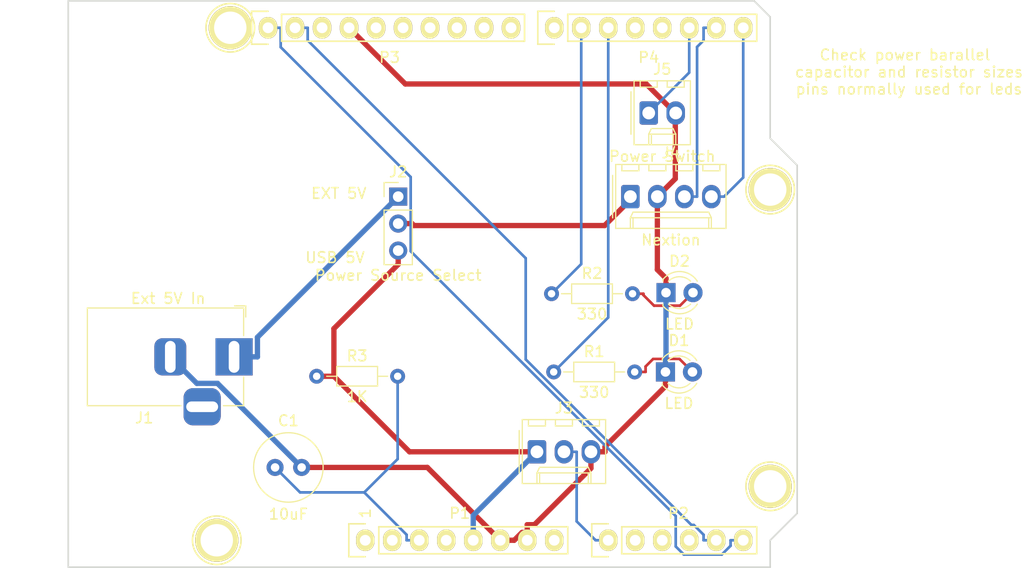
<source format=kicad_pcb>
(kicad_pcb (version 20171130) (host pcbnew "(5.1.5-0-10_14)")

  (general
    (thickness 1.6)
    (drawings 30)
    (tracks 100)
    (zones 0)
    (modules 19)
    (nets 37)
  )

  (page A4)
  (title_block
    (date "lun. 30 mars 2015")
  )

  (layers
    (0 F.Cu signal)
    (31 B.Cu signal)
    (32 B.Adhes user)
    (33 F.Adhes user)
    (34 B.Paste user)
    (35 F.Paste user)
    (36 B.SilkS user)
    (37 F.SilkS user)
    (38 B.Mask user)
    (39 F.Mask user)
    (40 Dwgs.User user)
    (41 Cmts.User user)
    (42 Eco1.User user)
    (43 Eco2.User user)
    (44 Edge.Cuts user)
    (45 Margin user)
    (46 B.CrtYd user)
    (47 F.CrtYd user)
    (48 B.Fab user)
    (49 F.Fab user)
  )

  (setup
    (last_trace_width 0.25)
    (trace_clearance 0.2)
    (zone_clearance 0.508)
    (zone_45_only no)
    (trace_min 0.2)
    (via_size 0.6)
    (via_drill 0.4)
    (via_min_size 0.4)
    (via_min_drill 0.3)
    (uvia_size 0.3)
    (uvia_drill 0.1)
    (uvias_allowed no)
    (uvia_min_size 0.2)
    (uvia_min_drill 0.1)
    (edge_width 0.15)
    (segment_width 0.15)
    (pcb_text_width 0.3)
    (pcb_text_size 1.5 1.5)
    (mod_edge_width 0.15)
    (mod_text_size 1 1)
    (mod_text_width 0.15)
    (pad_size 4.064 4.064)
    (pad_drill 3.048)
    (pad_to_mask_clearance 0)
    (aux_axis_origin 110.998 126.365)
    (grid_origin 110.998 126.365)
    (visible_elements FFFFFF7F)
    (pcbplotparams
      (layerselection 0x00030_80000001)
      (usegerberextensions false)
      (usegerberattributes false)
      (usegerberadvancedattributes false)
      (creategerberjobfile false)
      (excludeedgelayer true)
      (linewidth 0.100000)
      (plotframeref false)
      (viasonmask false)
      (mode 1)
      (useauxorigin false)
      (hpglpennumber 1)
      (hpglpenspeed 20)
      (hpglpendiameter 15.000000)
      (psnegative false)
      (psa4output false)
      (plotreference true)
      (plotvalue true)
      (plotinvisibletext false)
      (padsonsilk false)
      (subtractmaskfromsilk false)
      (outputformat 1)
      (mirror false)
      (drillshape 1)
      (scaleselection 1)
      (outputdirectory ""))
  )

  (net 0 "")
  (net 1 /IOREF)
  (net 2 /Reset)
  (net 3 +5V)
  (net 4 GND)
  (net 5 /Vin)
  (net 6 /A0)
  (net 7 /A1)
  (net 8 /A2)
  (net 9 /A3)
  (net 10 /AREF)
  (net 11 "/A4(SDA)")
  (net 12 "/A5(SCL)")
  (net 13 "/9(**)")
  (net 14 /8)
  (net 15 /7)
  (net 16 "/6(**)")
  (net 17 "/5(**)")
  (net 18 /4)
  (net 19 "/3(**)")
  (net 20 /2)
  (net 21 "/1(Tx)")
  (net 22 "/0(Rx)")
  (net 23 "Net-(P5-Pad1)")
  (net 24 "Net-(P6-Pad1)")
  (net 25 "Net-(P7-Pad1)")
  (net 26 "Net-(P8-Pad1)")
  (net 27 "/13(SCK)")
  (net 28 "/10(**/SS)")
  (net 29 "Net-(P1-Pad1)")
  (net 30 +3V3)
  (net 31 "/12(MISO)")
  (net 32 "/11(**/MOSI)")
  (net 33 "Net-(D1-Pad2)")
  (net 34 "Net-(D2-Pad2)")
  (net 35 +5VD)
  (net 36 /EXT5VIN)

  (net_class Default "This is the default net class."
    (clearance 0.2)
    (trace_width 0.25)
    (via_dia 0.6)
    (via_drill 0.4)
    (uvia_dia 0.3)
    (uvia_drill 0.1)
    (add_net +3V3)
    (add_net "/0(Rx)")
    (add_net "/1(Tx)")
    (add_net "/10(**/SS)")
    (add_net "/11(**/MOSI)")
    (add_net "/12(MISO)")
    (add_net "/13(SCK)")
    (add_net /2)
    (add_net "/3(**)")
    (add_net /4)
    (add_net "/5(**)")
    (add_net "/6(**)")
    (add_net /7)
    (add_net /8)
    (add_net "/9(**)")
    (add_net /A0)
    (add_net /A1)
    (add_net /A2)
    (add_net /A3)
    (add_net "/A4(SDA)")
    (add_net "/A5(SCL)")
    (add_net /AREF)
    (add_net /IOREF)
    (add_net /Reset)
    (add_net /Vin)
    (add_net "Net-(D1-Pad2)")
    (add_net "Net-(D2-Pad2)")
    (add_net "Net-(P1-Pad1)")
    (add_net "Net-(P5-Pad1)")
    (add_net "Net-(P6-Pad1)")
    (add_net "Net-(P7-Pad1)")
    (add_net "Net-(P8-Pad1)")
  )

  (net_class POWER ""
    (clearance 0.2)
    (trace_width 0.5)
    (via_dia 0.6)
    (via_drill 0.4)
    (uvia_dia 0.3)
    (uvia_drill 0.1)
    (add_net +5V)
    (add_net +5VD)
    (add_net /EXT5VIN)
    (add_net GND)
  )

  (module Resistor_THT:R_Axial_DIN0204_L3.6mm_D1.6mm_P7.62mm_Horizontal (layer F.Cu) (tedit 5AE5139B) (tstamp 6271B0B3)
    (at 134.366 108.382)
    (descr "Resistor, Axial_DIN0204 series, Axial, Horizontal, pin pitch=7.62mm, 0.167W, length*diameter=3.6*1.6mm^2, http://cdn-reichelt.de/documents/datenblatt/B400/1_4W%23YAG.pdf")
    (tags "Resistor Axial_DIN0204 series Axial Horizontal pin pitch 7.62mm 0.167W length 3.6mm diameter 1.6mm")
    (path /627413B4)
    (fp_text reference R3 (at 3.81 -1.92) (layer F.SilkS)
      (effects (font (size 1 1) (thickness 0.15)))
    )
    (fp_text value 1K (at 3.81 1.92) (layer F.SilkS)
      (effects (font (size 1 1) (thickness 0.15)))
    )
    (fp_text user %R (at 3.81 0) (layer F.Fab)
      (effects (font (size 0.72 0.72) (thickness 0.108)))
    )
    (fp_line (start 8.57 -1.05) (end -0.95 -1.05) (layer F.CrtYd) (width 0.05))
    (fp_line (start 8.57 1.05) (end 8.57 -1.05) (layer F.CrtYd) (width 0.05))
    (fp_line (start -0.95 1.05) (end 8.57 1.05) (layer F.CrtYd) (width 0.05))
    (fp_line (start -0.95 -1.05) (end -0.95 1.05) (layer F.CrtYd) (width 0.05))
    (fp_line (start 6.68 0) (end 5.73 0) (layer F.SilkS) (width 0.12))
    (fp_line (start 0.94 0) (end 1.89 0) (layer F.SilkS) (width 0.12))
    (fp_line (start 5.73 -0.92) (end 1.89 -0.92) (layer F.SilkS) (width 0.12))
    (fp_line (start 5.73 0.92) (end 5.73 -0.92) (layer F.SilkS) (width 0.12))
    (fp_line (start 1.89 0.92) (end 5.73 0.92) (layer F.SilkS) (width 0.12))
    (fp_line (start 1.89 -0.92) (end 1.89 0.92) (layer F.SilkS) (width 0.12))
    (fp_line (start 7.62 0) (end 5.61 0) (layer F.Fab) (width 0.1))
    (fp_line (start 0 0) (end 2.01 0) (layer F.Fab) (width 0.1))
    (fp_line (start 5.61 -0.8) (end 2.01 -0.8) (layer F.Fab) (width 0.1))
    (fp_line (start 5.61 0.8) (end 5.61 -0.8) (layer F.Fab) (width 0.1))
    (fp_line (start 2.01 0.8) (end 5.61 0.8) (layer F.Fab) (width 0.1))
    (fp_line (start 2.01 -0.8) (end 2.01 0.8) (layer F.Fab) (width 0.1))
    (pad 2 thru_hole oval (at 7.62 0) (size 1.4 1.4) (drill 0.7) (layers *.Cu *.Mask)
      (net 2 /Reset))
    (pad 1 thru_hole circle (at 0 0) (size 1.4 1.4) (drill 0.7) (layers *.Cu *.Mask)
      (net 3 +5V))
    (model ${KISYS3DMOD}/Resistor_THT.3dshapes/R_Axial_DIN0204_L3.6mm_D1.6mm_P7.62mm_Horizontal.wrl
      (at (xyz 0 0 0))
      (scale (xyz 1 1 1))
      (rotate (xyz 0 0 0))
    )
  )

  (module Resistor_THT:R_Axial_DIN0204_L3.6mm_D1.6mm_P7.62mm_Horizontal (layer F.Cu) (tedit 5AE5139B) (tstamp 6271B09C)
    (at 156.464 100.609)
    (descr "Resistor, Axial_DIN0204 series, Axial, Horizontal, pin pitch=7.62mm, 0.167W, length*diameter=3.6*1.6mm^2, http://cdn-reichelt.de/documents/datenblatt/B400/1_4W%23YAG.pdf")
    (tags "Resistor Axial_DIN0204 series Axial Horizontal pin pitch 7.62mm 0.167W length 3.6mm diameter 1.6mm")
    (path /62723F34)
    (fp_text reference R2 (at 3.81 -1.92) (layer F.SilkS)
      (effects (font (size 1 1) (thickness 0.15)))
    )
    (fp_text value 330 (at 3.81 1.92) (layer F.SilkS)
      (effects (font (size 1 1) (thickness 0.15)))
    )
    (fp_text user %R (at 3.81 0) (layer F.Fab)
      (effects (font (size 0.72 0.72) (thickness 0.108)))
    )
    (fp_line (start 8.57 -1.05) (end -0.95 -1.05) (layer F.CrtYd) (width 0.05))
    (fp_line (start 8.57 1.05) (end 8.57 -1.05) (layer F.CrtYd) (width 0.05))
    (fp_line (start -0.95 1.05) (end 8.57 1.05) (layer F.CrtYd) (width 0.05))
    (fp_line (start -0.95 -1.05) (end -0.95 1.05) (layer F.CrtYd) (width 0.05))
    (fp_line (start 6.68 0) (end 5.73 0) (layer F.SilkS) (width 0.12))
    (fp_line (start 0.94 0) (end 1.89 0) (layer F.SilkS) (width 0.12))
    (fp_line (start 5.73 -0.92) (end 1.89 -0.92) (layer F.SilkS) (width 0.12))
    (fp_line (start 5.73 0.92) (end 5.73 -0.92) (layer F.SilkS) (width 0.12))
    (fp_line (start 1.89 0.92) (end 5.73 0.92) (layer F.SilkS) (width 0.12))
    (fp_line (start 1.89 -0.92) (end 1.89 0.92) (layer F.SilkS) (width 0.12))
    (fp_line (start 7.62 0) (end 5.61 0) (layer F.Fab) (width 0.1))
    (fp_line (start 0 0) (end 2.01 0) (layer F.Fab) (width 0.1))
    (fp_line (start 5.61 -0.8) (end 2.01 -0.8) (layer F.Fab) (width 0.1))
    (fp_line (start 5.61 0.8) (end 5.61 -0.8) (layer F.Fab) (width 0.1))
    (fp_line (start 2.01 0.8) (end 5.61 0.8) (layer F.Fab) (width 0.1))
    (fp_line (start 2.01 -0.8) (end 2.01 0.8) (layer F.Fab) (width 0.1))
    (pad 2 thru_hole oval (at 7.62 0) (size 1.4 1.4) (drill 0.7) (layers *.Cu *.Mask)
      (net 34 "Net-(D2-Pad2)"))
    (pad 1 thru_hole circle (at 0 0) (size 1.4 1.4) (drill 0.7) (layers *.Cu *.Mask)
      (net 16 "/6(**)"))
    (model ${KISYS3DMOD}/Resistor_THT.3dshapes/R_Axial_DIN0204_L3.6mm_D1.6mm_P7.62mm_Horizontal.wrl
      (at (xyz 0 0 0))
      (scale (xyz 1 1 1))
      (rotate (xyz 0 0 0))
    )
  )

  (module Resistor_THT:R_Axial_DIN0204_L3.6mm_D1.6mm_P7.62mm_Horizontal (layer F.Cu) (tedit 5AE5139B) (tstamp 6271B085)
    (at 156.667 107.975)
    (descr "Resistor, Axial_DIN0204 series, Axial, Horizontal, pin pitch=7.62mm, 0.167W, length*diameter=3.6*1.6mm^2, http://cdn-reichelt.de/documents/datenblatt/B400/1_4W%23YAG.pdf")
    (tags "Resistor Axial_DIN0204 series Axial Horizontal pin pitch 7.62mm 0.167W length 3.6mm diameter 1.6mm")
    (path /6272301C)
    (fp_text reference R1 (at 3.81 -1.92) (layer F.SilkS)
      (effects (font (size 1 1) (thickness 0.15)))
    )
    (fp_text value 330 (at 3.81 1.92) (layer F.SilkS)
      (effects (font (size 1 1) (thickness 0.15)))
    )
    (fp_text user %R (at 3.81 0) (layer F.Fab)
      (effects (font (size 0.72 0.72) (thickness 0.108)))
    )
    (fp_line (start 8.57 -1.05) (end -0.95 -1.05) (layer F.CrtYd) (width 0.05))
    (fp_line (start 8.57 1.05) (end 8.57 -1.05) (layer F.CrtYd) (width 0.05))
    (fp_line (start -0.95 1.05) (end 8.57 1.05) (layer F.CrtYd) (width 0.05))
    (fp_line (start -0.95 -1.05) (end -0.95 1.05) (layer F.CrtYd) (width 0.05))
    (fp_line (start 6.68 0) (end 5.73 0) (layer F.SilkS) (width 0.12))
    (fp_line (start 0.94 0) (end 1.89 0) (layer F.SilkS) (width 0.12))
    (fp_line (start 5.73 -0.92) (end 1.89 -0.92) (layer F.SilkS) (width 0.12))
    (fp_line (start 5.73 0.92) (end 5.73 -0.92) (layer F.SilkS) (width 0.12))
    (fp_line (start 1.89 0.92) (end 5.73 0.92) (layer F.SilkS) (width 0.12))
    (fp_line (start 1.89 -0.92) (end 1.89 0.92) (layer F.SilkS) (width 0.12))
    (fp_line (start 7.62 0) (end 5.61 0) (layer F.Fab) (width 0.1))
    (fp_line (start 0 0) (end 2.01 0) (layer F.Fab) (width 0.1))
    (fp_line (start 5.61 -0.8) (end 2.01 -0.8) (layer F.Fab) (width 0.1))
    (fp_line (start 5.61 0.8) (end 5.61 -0.8) (layer F.Fab) (width 0.1))
    (fp_line (start 2.01 0.8) (end 5.61 0.8) (layer F.Fab) (width 0.1))
    (fp_line (start 2.01 -0.8) (end 2.01 0.8) (layer F.Fab) (width 0.1))
    (pad 2 thru_hole oval (at 7.62 0) (size 1.4 1.4) (drill 0.7) (layers *.Cu *.Mask)
      (net 33 "Net-(D1-Pad2)"))
    (pad 1 thru_hole circle (at 0 0) (size 1.4 1.4) (drill 0.7) (layers *.Cu *.Mask)
      (net 17 "/5(**)"))
    (model ${KISYS3DMOD}/Resistor_THT.3dshapes/R_Axial_DIN0204_L3.6mm_D1.6mm_P7.62mm_Horizontal.wrl
      (at (xyz 0 0 0))
      (scale (xyz 1 1 1))
      (rotate (xyz 0 0 0))
    )
  )

  (module Connector_Molex:Molex_KK-254_AE-6410-02A_1x02_P2.54mm_Vertical (layer F.Cu) (tedit 5B78013E) (tstamp 6271AF96)
    (at 165.608 83.5914)
    (descr "Molex KK-254 Interconnect System, old/engineering part number: AE-6410-02A example for new part number: 22-27-2021, 2 Pins (http://www.molex.com/pdm_docs/sd/022272021_sd.pdf), generated with kicad-footprint-generator")
    (tags "connector Molex KK-254 side entry")
    (path /62736462)
    (fp_text reference J5 (at 1.27 -4.12) (layer F.SilkS)
      (effects (font (size 1 1) (thickness 0.15)))
    )
    (fp_text value "Power Switch" (at 1.27 4.08) (layer F.SilkS)
      (effects (font (size 1 1) (thickness 0.15)))
    )
    (fp_text user %R (at 1.27 -2.22) (layer F.Fab)
      (effects (font (size 1 1) (thickness 0.15)))
    )
    (fp_line (start 4.31 -3.42) (end -1.77 -3.42) (layer F.CrtYd) (width 0.05))
    (fp_line (start 4.31 3.38) (end 4.31 -3.42) (layer F.CrtYd) (width 0.05))
    (fp_line (start -1.77 3.38) (end 4.31 3.38) (layer F.CrtYd) (width 0.05))
    (fp_line (start -1.77 -3.42) (end -1.77 3.38) (layer F.CrtYd) (width 0.05))
    (fp_line (start 3.34 -2.43) (end 3.34 -3.03) (layer F.SilkS) (width 0.12))
    (fp_line (start 1.74 -2.43) (end 3.34 -2.43) (layer F.SilkS) (width 0.12))
    (fp_line (start 1.74 -3.03) (end 1.74 -2.43) (layer F.SilkS) (width 0.12))
    (fp_line (start 0.8 -2.43) (end 0.8 -3.03) (layer F.SilkS) (width 0.12))
    (fp_line (start -0.8 -2.43) (end 0.8 -2.43) (layer F.SilkS) (width 0.12))
    (fp_line (start -0.8 -3.03) (end -0.8 -2.43) (layer F.SilkS) (width 0.12))
    (fp_line (start 2.29 2.99) (end 2.29 1.99) (layer F.SilkS) (width 0.12))
    (fp_line (start 0.25 2.99) (end 0.25 1.99) (layer F.SilkS) (width 0.12))
    (fp_line (start 2.29 1.46) (end 2.54 1.99) (layer F.SilkS) (width 0.12))
    (fp_line (start 0.25 1.46) (end 2.29 1.46) (layer F.SilkS) (width 0.12))
    (fp_line (start 0 1.99) (end 0.25 1.46) (layer F.SilkS) (width 0.12))
    (fp_line (start 2.54 1.99) (end 2.54 2.99) (layer F.SilkS) (width 0.12))
    (fp_line (start 0 1.99) (end 2.54 1.99) (layer F.SilkS) (width 0.12))
    (fp_line (start 0 2.99) (end 0 1.99) (layer F.SilkS) (width 0.12))
    (fp_line (start -0.562893 0) (end -1.27 0.5) (layer F.Fab) (width 0.1))
    (fp_line (start -1.27 -0.5) (end -0.562893 0) (layer F.Fab) (width 0.1))
    (fp_line (start -1.67 -2) (end -1.67 2) (layer F.SilkS) (width 0.12))
    (fp_line (start 3.92 -3.03) (end -1.38 -3.03) (layer F.SilkS) (width 0.12))
    (fp_line (start 3.92 2.99) (end 3.92 -3.03) (layer F.SilkS) (width 0.12))
    (fp_line (start -1.38 2.99) (end 3.92 2.99) (layer F.SilkS) (width 0.12))
    (fp_line (start -1.38 -3.03) (end -1.38 2.99) (layer F.SilkS) (width 0.12))
    (fp_line (start 3.81 -2.92) (end -1.27 -2.92) (layer F.Fab) (width 0.1))
    (fp_line (start 3.81 2.88) (end 3.81 -2.92) (layer F.Fab) (width 0.1))
    (fp_line (start -1.27 2.88) (end 3.81 2.88) (layer F.Fab) (width 0.1))
    (fp_line (start -1.27 -2.92) (end -1.27 2.88) (layer F.Fab) (width 0.1))
    (pad 2 thru_hole oval (at 2.54 0) (size 1.74 2.2) (drill 1.2) (layers *.Cu *.Mask)
      (net 4 GND))
    (pad 1 thru_hole roundrect (at 0 0) (size 1.74 2.2) (drill 1.2) (layers *.Cu *.Mask) (roundrect_rratio 0.143678)
      (net 20 /2))
    (model ${KISYS3DMOD}/Connector_Molex.3dshapes/Molex_KK-254_AE-6410-02A_1x02_P2.54mm_Vertical.wrl
      (at (xyz 0 0 0))
      (scale (xyz 1 1 1))
      (rotate (xyz 0 0 0))
    )
  )

  (module Connector_Molex:Molex_KK-254_AE-6410-04A_1x04_P2.54mm_Vertical (layer F.Cu) (tedit 5B78013E) (tstamp 6271AF72)
    (at 163.881 91.4654)
    (descr "Molex KK-254 Interconnect System, old/engineering part number: AE-6410-04A example for new part number: 22-27-2041, 4 Pins (http://www.molex.com/pdm_docs/sd/022272021_sd.pdf), generated with kicad-footprint-generator")
    (tags "connector Molex KK-254 side entry")
    (path /62724887)
    (fp_text reference J4 (at 3.81 -4.12) (layer F.SilkS)
      (effects (font (size 1 1) (thickness 0.15)))
    )
    (fp_text value Nextion (at 3.81 4.08) (layer F.SilkS)
      (effects (font (size 1 1) (thickness 0.15)))
    )
    (fp_text user %R (at 3.81 -2.22) (layer F.Fab)
      (effects (font (size 1 1) (thickness 0.15)))
    )
    (fp_line (start 9.39 -3.42) (end -1.77 -3.42) (layer F.CrtYd) (width 0.05))
    (fp_line (start 9.39 3.38) (end 9.39 -3.42) (layer F.CrtYd) (width 0.05))
    (fp_line (start -1.77 3.38) (end 9.39 3.38) (layer F.CrtYd) (width 0.05))
    (fp_line (start -1.77 -3.42) (end -1.77 3.38) (layer F.CrtYd) (width 0.05))
    (fp_line (start 8.42 -2.43) (end 8.42 -3.03) (layer F.SilkS) (width 0.12))
    (fp_line (start 6.82 -2.43) (end 8.42 -2.43) (layer F.SilkS) (width 0.12))
    (fp_line (start 6.82 -3.03) (end 6.82 -2.43) (layer F.SilkS) (width 0.12))
    (fp_line (start 5.88 -2.43) (end 5.88 -3.03) (layer F.SilkS) (width 0.12))
    (fp_line (start 4.28 -2.43) (end 5.88 -2.43) (layer F.SilkS) (width 0.12))
    (fp_line (start 4.28 -3.03) (end 4.28 -2.43) (layer F.SilkS) (width 0.12))
    (fp_line (start 3.34 -2.43) (end 3.34 -3.03) (layer F.SilkS) (width 0.12))
    (fp_line (start 1.74 -2.43) (end 3.34 -2.43) (layer F.SilkS) (width 0.12))
    (fp_line (start 1.74 -3.03) (end 1.74 -2.43) (layer F.SilkS) (width 0.12))
    (fp_line (start 0.8 -2.43) (end 0.8 -3.03) (layer F.SilkS) (width 0.12))
    (fp_line (start -0.8 -2.43) (end 0.8 -2.43) (layer F.SilkS) (width 0.12))
    (fp_line (start -0.8 -3.03) (end -0.8 -2.43) (layer F.SilkS) (width 0.12))
    (fp_line (start 7.37 2.99) (end 7.37 1.99) (layer F.SilkS) (width 0.12))
    (fp_line (start 0.25 2.99) (end 0.25 1.99) (layer F.SilkS) (width 0.12))
    (fp_line (start 7.37 1.46) (end 7.62 1.99) (layer F.SilkS) (width 0.12))
    (fp_line (start 0.25 1.46) (end 7.37 1.46) (layer F.SilkS) (width 0.12))
    (fp_line (start 0 1.99) (end 0.25 1.46) (layer F.SilkS) (width 0.12))
    (fp_line (start 7.62 1.99) (end 7.62 2.99) (layer F.SilkS) (width 0.12))
    (fp_line (start 0 1.99) (end 7.62 1.99) (layer F.SilkS) (width 0.12))
    (fp_line (start 0 2.99) (end 0 1.99) (layer F.SilkS) (width 0.12))
    (fp_line (start -0.562893 0) (end -1.27 0.5) (layer F.Fab) (width 0.1))
    (fp_line (start -1.27 -0.5) (end -0.562893 0) (layer F.Fab) (width 0.1))
    (fp_line (start -1.67 -2) (end -1.67 2) (layer F.SilkS) (width 0.12))
    (fp_line (start 9 -3.03) (end -1.38 -3.03) (layer F.SilkS) (width 0.12))
    (fp_line (start 9 2.99) (end 9 -3.03) (layer F.SilkS) (width 0.12))
    (fp_line (start -1.38 2.99) (end 9 2.99) (layer F.SilkS) (width 0.12))
    (fp_line (start -1.38 -3.03) (end -1.38 2.99) (layer F.SilkS) (width 0.12))
    (fp_line (start 8.89 -2.92) (end -1.27 -2.92) (layer F.Fab) (width 0.1))
    (fp_line (start 8.89 2.88) (end 8.89 -2.92) (layer F.Fab) (width 0.1))
    (fp_line (start -1.27 2.88) (end 8.89 2.88) (layer F.Fab) (width 0.1))
    (fp_line (start -1.27 -2.92) (end -1.27 2.88) (layer F.Fab) (width 0.1))
    (pad 4 thru_hole oval (at 7.62 0) (size 1.74 2.2) (drill 1.2) (layers *.Cu *.Mask)
      (net 22 "/0(Rx)"))
    (pad 3 thru_hole oval (at 5.08 0) (size 1.74 2.2) (drill 1.2) (layers *.Cu *.Mask)
      (net 21 "/1(Tx)"))
    (pad 2 thru_hole oval (at 2.54 0) (size 1.74 2.2) (drill 1.2) (layers *.Cu *.Mask)
      (net 4 GND))
    (pad 1 thru_hole roundrect (at 0 0) (size 1.74 2.2) (drill 1.2) (layers *.Cu *.Mask) (roundrect_rratio 0.143678)
      (net 35 +5VD))
    (model ${KISYS3DMOD}/Connector_Molex.3dshapes/Molex_KK-254_AE-6410-04A_1x04_P2.54mm_Vertical.wrl
      (at (xyz 0 0 0))
      (scale (xyz 1 1 1))
      (rotate (xyz 0 0 0))
    )
  )

  (module Connector_Molex:Molex_KK-254_AE-6410-03A_1x03_P2.54mm_Vertical (layer F.Cu) (tedit 5B78013E) (tstamp 6271AF46)
    (at 155.092 115.494)
    (descr "Molex KK-254 Interconnect System, old/engineering part number: AE-6410-03A example for new part number: 22-27-2031, 3 Pins (http://www.molex.com/pdm_docs/sd/022272021_sd.pdf), generated with kicad-footprint-generator")
    (tags "connector Molex KK-254 side entry")
    (path /6272AB8D)
    (fp_text reference J3 (at 2.54 -4.12) (layer F.SilkS)
      (effects (font (size 1 1) (thickness 0.15)))
    )
    (fp_text value Dimmer (at 2.54 4.08) (layer F.Fab)
      (effects (font (size 1 1) (thickness 0.15)))
    )
    (fp_text user %R (at 2.54 -2.22) (layer F.Fab)
      (effects (font (size 1 1) (thickness 0.15)))
    )
    (fp_line (start 6.85 -3.42) (end -1.77 -3.42) (layer F.CrtYd) (width 0.05))
    (fp_line (start 6.85 3.38) (end 6.85 -3.42) (layer F.CrtYd) (width 0.05))
    (fp_line (start -1.77 3.38) (end 6.85 3.38) (layer F.CrtYd) (width 0.05))
    (fp_line (start -1.77 -3.42) (end -1.77 3.38) (layer F.CrtYd) (width 0.05))
    (fp_line (start 5.88 -2.43) (end 5.88 -3.03) (layer F.SilkS) (width 0.12))
    (fp_line (start 4.28 -2.43) (end 5.88 -2.43) (layer F.SilkS) (width 0.12))
    (fp_line (start 4.28 -3.03) (end 4.28 -2.43) (layer F.SilkS) (width 0.12))
    (fp_line (start 3.34 -2.43) (end 3.34 -3.03) (layer F.SilkS) (width 0.12))
    (fp_line (start 1.74 -2.43) (end 3.34 -2.43) (layer F.SilkS) (width 0.12))
    (fp_line (start 1.74 -3.03) (end 1.74 -2.43) (layer F.SilkS) (width 0.12))
    (fp_line (start 0.8 -2.43) (end 0.8 -3.03) (layer F.SilkS) (width 0.12))
    (fp_line (start -0.8 -2.43) (end 0.8 -2.43) (layer F.SilkS) (width 0.12))
    (fp_line (start -0.8 -3.03) (end -0.8 -2.43) (layer F.SilkS) (width 0.12))
    (fp_line (start 4.83 2.99) (end 4.83 1.99) (layer F.SilkS) (width 0.12))
    (fp_line (start 0.25 2.99) (end 0.25 1.99) (layer F.SilkS) (width 0.12))
    (fp_line (start 4.83 1.46) (end 5.08 1.99) (layer F.SilkS) (width 0.12))
    (fp_line (start 0.25 1.46) (end 4.83 1.46) (layer F.SilkS) (width 0.12))
    (fp_line (start 0 1.99) (end 0.25 1.46) (layer F.SilkS) (width 0.12))
    (fp_line (start 5.08 1.99) (end 5.08 2.99) (layer F.SilkS) (width 0.12))
    (fp_line (start 0 1.99) (end 5.08 1.99) (layer F.SilkS) (width 0.12))
    (fp_line (start 0 2.99) (end 0 1.99) (layer F.SilkS) (width 0.12))
    (fp_line (start -0.562893 0) (end -1.27 0.5) (layer F.Fab) (width 0.1))
    (fp_line (start -1.27 -0.5) (end -0.562893 0) (layer F.Fab) (width 0.1))
    (fp_line (start -1.67 -2) (end -1.67 2) (layer F.SilkS) (width 0.12))
    (fp_line (start 6.46 -3.03) (end -1.38 -3.03) (layer F.SilkS) (width 0.12))
    (fp_line (start 6.46 2.99) (end 6.46 -3.03) (layer F.SilkS) (width 0.12))
    (fp_line (start -1.38 2.99) (end 6.46 2.99) (layer F.SilkS) (width 0.12))
    (fp_line (start -1.38 -3.03) (end -1.38 2.99) (layer F.SilkS) (width 0.12))
    (fp_line (start 6.35 -2.92) (end -1.27 -2.92) (layer F.Fab) (width 0.1))
    (fp_line (start 6.35 2.88) (end 6.35 -2.92) (layer F.Fab) (width 0.1))
    (fp_line (start -1.27 2.88) (end 6.35 2.88) (layer F.Fab) (width 0.1))
    (fp_line (start -1.27 -2.92) (end -1.27 2.88) (layer F.Fab) (width 0.1))
    (pad 3 thru_hole oval (at 5.08 0) (size 1.74 2.2) (drill 1.2) (layers *.Cu *.Mask)
      (net 4 GND))
    (pad 2 thru_hole oval (at 2.54 0) (size 1.74 2.2) (drill 1.2) (layers *.Cu *.Mask)
      (net 6 /A0))
    (pad 1 thru_hole roundrect (at 0 0) (size 1.74 2.2) (drill 1.2) (layers *.Cu *.Mask) (roundrect_rratio 0.143678)
      (net 3 +5V))
    (model ${KISYS3DMOD}/Connector_Molex.3dshapes/Molex_KK-254_AE-6410-03A_1x03_P2.54mm_Vertical.wrl
      (at (xyz 0 0 0))
      (scale (xyz 1 1 1))
      (rotate (xyz 0 0 0))
    )
  )

  (module Connector_PinHeader_2.54mm:PinHeader_1x03_P2.54mm_Vertical (layer F.Cu) (tedit 59FED5CC) (tstamp 6271AF1E)
    (at 142.037 91.4654)
    (descr "Through hole straight pin header, 1x03, 2.54mm pitch, single row")
    (tags "Through hole pin header THT 1x03 2.54mm single row")
    (path /6272FC81)
    (fp_text reference J2 (at 0 -2.33) (layer F.SilkS)
      (effects (font (size 1 1) (thickness 0.15)))
    )
    (fp_text value "Power Source Select" (at 0 7.41) (layer F.SilkS)
      (effects (font (size 1 1) (thickness 0.15)))
    )
    (fp_text user %R (at 0 2.54 90) (layer F.Fab)
      (effects (font (size 1 1) (thickness 0.15)))
    )
    (fp_line (start 1.8 -1.8) (end -1.8 -1.8) (layer F.CrtYd) (width 0.05))
    (fp_line (start 1.8 6.85) (end 1.8 -1.8) (layer F.CrtYd) (width 0.05))
    (fp_line (start -1.8 6.85) (end 1.8 6.85) (layer F.CrtYd) (width 0.05))
    (fp_line (start -1.8 -1.8) (end -1.8 6.85) (layer F.CrtYd) (width 0.05))
    (fp_line (start -1.33 -1.33) (end 0 -1.33) (layer F.SilkS) (width 0.12))
    (fp_line (start -1.33 0) (end -1.33 -1.33) (layer F.SilkS) (width 0.12))
    (fp_line (start -1.33 1.27) (end 1.33 1.27) (layer F.SilkS) (width 0.12))
    (fp_line (start 1.33 1.27) (end 1.33 6.41) (layer F.SilkS) (width 0.12))
    (fp_line (start -1.33 1.27) (end -1.33 6.41) (layer F.SilkS) (width 0.12))
    (fp_line (start -1.33 6.41) (end 1.33 6.41) (layer F.SilkS) (width 0.12))
    (fp_line (start -1.27 -0.635) (end -0.635 -1.27) (layer F.Fab) (width 0.1))
    (fp_line (start -1.27 6.35) (end -1.27 -0.635) (layer F.Fab) (width 0.1))
    (fp_line (start 1.27 6.35) (end -1.27 6.35) (layer F.Fab) (width 0.1))
    (fp_line (start 1.27 -1.27) (end 1.27 6.35) (layer F.Fab) (width 0.1))
    (fp_line (start -0.635 -1.27) (end 1.27 -1.27) (layer F.Fab) (width 0.1))
    (pad 3 thru_hole oval (at 0 5.08) (size 1.7 1.7) (drill 1) (layers *.Cu *.Mask)
      (net 3 +5V))
    (pad 2 thru_hole oval (at 0 2.54) (size 1.7 1.7) (drill 1) (layers *.Cu *.Mask)
      (net 35 +5VD))
    (pad 1 thru_hole rect (at 0 0) (size 1.7 1.7) (drill 1) (layers *.Cu *.Mask)
      (net 36 /EXT5VIN))
    (model ${KISYS3DMOD}/Connector_PinHeader_2.54mm.3dshapes/PinHeader_1x03_P2.54mm_Vertical.wrl
      (at (xyz 0 0 0))
      (scale (xyz 1 1 1))
      (rotate (xyz 0 0 0))
    )
  )

  (module Connector_BarrelJack:BarrelJack_Horizontal (layer F.Cu) (tedit 5A1DBF6A) (tstamp 6271AF07)
    (at 126.594 106.553)
    (descr "DC Barrel Jack")
    (tags "Power Jack")
    (path /62721573)
    (fp_text reference J1 (at -8.45 5.75) (layer F.SilkS)
      (effects (font (size 1 1) (thickness 0.15)))
    )
    (fp_text value "Ext 5V In" (at -6.2 -5.5) (layer F.SilkS)
      (effects (font (size 1 1) (thickness 0.15)))
    )
    (fp_line (start 0 -4.5) (end -13.7 -4.5) (layer F.Fab) (width 0.1))
    (fp_line (start 0.8 4.5) (end 0.8 -3.75) (layer F.Fab) (width 0.1))
    (fp_line (start -13.7 4.5) (end 0.8 4.5) (layer F.Fab) (width 0.1))
    (fp_line (start -13.7 -4.5) (end -13.7 4.5) (layer F.Fab) (width 0.1))
    (fp_line (start -10.2 -4.5) (end -10.2 4.5) (layer F.Fab) (width 0.1))
    (fp_line (start 0.9 -4.6) (end 0.9 -2) (layer F.SilkS) (width 0.12))
    (fp_line (start -13.8 -4.6) (end 0.9 -4.6) (layer F.SilkS) (width 0.12))
    (fp_line (start 0.9 4.6) (end -1 4.6) (layer F.SilkS) (width 0.12))
    (fp_line (start 0.9 1.9) (end 0.9 4.6) (layer F.SilkS) (width 0.12))
    (fp_line (start -13.8 4.6) (end -13.8 -4.6) (layer F.SilkS) (width 0.12))
    (fp_line (start -5 4.6) (end -13.8 4.6) (layer F.SilkS) (width 0.12))
    (fp_line (start -14 4.75) (end -14 -4.75) (layer F.CrtYd) (width 0.05))
    (fp_line (start -5 4.75) (end -14 4.75) (layer F.CrtYd) (width 0.05))
    (fp_line (start -5 6.75) (end -5 4.75) (layer F.CrtYd) (width 0.05))
    (fp_line (start -1 6.75) (end -5 6.75) (layer F.CrtYd) (width 0.05))
    (fp_line (start -1 4.75) (end -1 6.75) (layer F.CrtYd) (width 0.05))
    (fp_line (start 1 4.75) (end -1 4.75) (layer F.CrtYd) (width 0.05))
    (fp_line (start 1 2) (end 1 4.75) (layer F.CrtYd) (width 0.05))
    (fp_line (start 2 2) (end 1 2) (layer F.CrtYd) (width 0.05))
    (fp_line (start 2 -2) (end 2 2) (layer F.CrtYd) (width 0.05))
    (fp_line (start 1 -2) (end 2 -2) (layer F.CrtYd) (width 0.05))
    (fp_line (start 1 -4.5) (end 1 -2) (layer F.CrtYd) (width 0.05))
    (fp_line (start 1 -4.75) (end -14 -4.75) (layer F.CrtYd) (width 0.05))
    (fp_line (start 1 -4.5) (end 1 -4.75) (layer F.CrtYd) (width 0.05))
    (fp_line (start 0.05 -4.8) (end 1.1 -4.8) (layer F.SilkS) (width 0.12))
    (fp_line (start 1.1 -3.75) (end 1.1 -4.8) (layer F.SilkS) (width 0.12))
    (fp_line (start -0.003213 -4.505425) (end 0.8 -3.75) (layer F.Fab) (width 0.1))
    (fp_text user %R (at -3 -2.95) (layer F.Fab)
      (effects (font (size 1 1) (thickness 0.15)))
    )
    (pad 3 thru_hole roundrect (at -3 4.7) (size 3.5 3.5) (drill oval 3 1) (layers *.Cu *.Mask) (roundrect_rratio 0.25))
    (pad 2 thru_hole roundrect (at -6 0) (size 3 3.5) (drill oval 1 3) (layers *.Cu *.Mask) (roundrect_rratio 0.25)
      (net 4 GND))
    (pad 1 thru_hole rect (at 0 0) (size 3.5 3.5) (drill oval 1 3) (layers *.Cu *.Mask)
      (net 36 /EXT5VIN))
    (model ${KISYS3DMOD}/Connector_BarrelJack.3dshapes/BarrelJack_Horizontal.wrl
      (at (xyz 0 0 0))
      (scale (xyz 1 1 1))
      (rotate (xyz 0 0 0))
    )
  )

  (module LED_THT:LED_D3.0mm (layer F.Cu) (tedit 587A3A7B) (tstamp 6271AEE4)
    (at 167.234 100.508)
    (descr "LED, diameter 3.0mm, 2 pins")
    (tags "LED diameter 3.0mm 2 pins")
    (path /627227A0)
    (fp_text reference D2 (at 1.27 -2.96) (layer F.SilkS)
      (effects (font (size 1 1) (thickness 0.15)))
    )
    (fp_text value LED (at 1.27 2.96) (layer F.SilkS)
      (effects (font (size 1 1) (thickness 0.15)))
    )
    (fp_line (start 3.7 -2.25) (end -1.15 -2.25) (layer F.CrtYd) (width 0.05))
    (fp_line (start 3.7 2.25) (end 3.7 -2.25) (layer F.CrtYd) (width 0.05))
    (fp_line (start -1.15 2.25) (end 3.7 2.25) (layer F.CrtYd) (width 0.05))
    (fp_line (start -1.15 -2.25) (end -1.15 2.25) (layer F.CrtYd) (width 0.05))
    (fp_line (start -0.29 1.08) (end -0.29 1.236) (layer F.SilkS) (width 0.12))
    (fp_line (start -0.29 -1.236) (end -0.29 -1.08) (layer F.SilkS) (width 0.12))
    (fp_line (start -0.23 -1.16619) (end -0.23 1.16619) (layer F.Fab) (width 0.1))
    (fp_circle (center 1.27 0) (end 2.77 0) (layer F.Fab) (width 0.1))
    (fp_arc (start 1.27 0) (end 0.229039 1.08) (angle -87.9) (layer F.SilkS) (width 0.12))
    (fp_arc (start 1.27 0) (end 0.229039 -1.08) (angle 87.9) (layer F.SilkS) (width 0.12))
    (fp_arc (start 1.27 0) (end -0.29 1.235516) (angle -108.8) (layer F.SilkS) (width 0.12))
    (fp_arc (start 1.27 0) (end -0.29 -1.235516) (angle 108.8) (layer F.SilkS) (width 0.12))
    (fp_arc (start 1.27 0) (end -0.23 -1.16619) (angle 284.3) (layer F.Fab) (width 0.1))
    (pad 2 thru_hole circle (at 2.54 0) (size 1.8 1.8) (drill 0.9) (layers *.Cu *.Mask)
      (net 34 "Net-(D2-Pad2)"))
    (pad 1 thru_hole rect (at 0 0) (size 1.8 1.8) (drill 0.9) (layers *.Cu *.Mask)
      (net 4 GND))
    (model ${KISYS3DMOD}/LED_THT.3dshapes/LED_D3.0mm.wrl
      (at (xyz 0 0 0))
      (scale (xyz 1 1 1))
      (rotate (xyz 0 0 0))
    )
  )

  (module LED_THT:LED_D3.0mm (layer F.Cu) (tedit 587A3A7B) (tstamp 6271AED1)
    (at 167.183 107.975)
    (descr "LED, diameter 3.0mm, 2 pins")
    (tags "LED diameter 3.0mm 2 pins")
    (path /62722435)
    (fp_text reference D1 (at 1.27 -2.96) (layer F.SilkS)
      (effects (font (size 1 1) (thickness 0.15)))
    )
    (fp_text value LED (at 1.27 2.96) (layer F.SilkS)
      (effects (font (size 1 1) (thickness 0.15)))
    )
    (fp_line (start 3.7 -2.25) (end -1.15 -2.25) (layer F.CrtYd) (width 0.05))
    (fp_line (start 3.7 2.25) (end 3.7 -2.25) (layer F.CrtYd) (width 0.05))
    (fp_line (start -1.15 2.25) (end 3.7 2.25) (layer F.CrtYd) (width 0.05))
    (fp_line (start -1.15 -2.25) (end -1.15 2.25) (layer F.CrtYd) (width 0.05))
    (fp_line (start -0.29 1.08) (end -0.29 1.236) (layer F.SilkS) (width 0.12))
    (fp_line (start -0.29 -1.236) (end -0.29 -1.08) (layer F.SilkS) (width 0.12))
    (fp_line (start -0.23 -1.16619) (end -0.23 1.16619) (layer F.Fab) (width 0.1))
    (fp_circle (center 1.27 0) (end 2.77 0) (layer F.Fab) (width 0.1))
    (fp_arc (start 1.27 0) (end 0.229039 1.08) (angle -87.9) (layer F.SilkS) (width 0.12))
    (fp_arc (start 1.27 0) (end 0.229039 -1.08) (angle 87.9) (layer F.SilkS) (width 0.12))
    (fp_arc (start 1.27 0) (end -0.29 1.235516) (angle -108.8) (layer F.SilkS) (width 0.12))
    (fp_arc (start 1.27 0) (end -0.29 -1.235516) (angle 108.8) (layer F.SilkS) (width 0.12))
    (fp_arc (start 1.27 0) (end -0.23 -1.16619) (angle 284.3) (layer F.Fab) (width 0.1))
    (pad 2 thru_hole circle (at 2.54 0) (size 1.8 1.8) (drill 0.9) (layers *.Cu *.Mask)
      (net 33 "Net-(D1-Pad2)"))
    (pad 1 thru_hole rect (at 0 0) (size 1.8 1.8) (drill 0.9) (layers *.Cu *.Mask)
      (net 4 GND))
    (model ${KISYS3DMOD}/LED_THT.3dshapes/LED_D3.0mm.wrl
      (at (xyz 0 0 0))
      (scale (xyz 1 1 1))
      (rotate (xyz 0 0 0))
    )
  )

  (module Capacitor_THT:C_Radial_D6.3mm_H5.0mm_P2.50mm (layer F.Cu) (tedit 5BC5C9B9) (tstamp 6271AEBE)
    (at 130.454 116.967)
    (descr "C, Radial series, Radial, pin pitch=2.50mm, diameter=6.3mm, height=5mm, Non-Polar Electrolytic Capacitor")
    (tags "C Radial series Radial pin pitch 2.50mm diameter 6.3mm height 5mm Non-Polar Electrolytic Capacitor")
    (path /627436BF)
    (fp_text reference C1 (at 1.25 -4.4) (layer F.SilkS)
      (effects (font (size 1 1) (thickness 0.15)))
    )
    (fp_text value 10uF (at 1.25 4.4) (layer F.SilkS)
      (effects (font (size 1 1) (thickness 0.15)))
    )
    (fp_text user %R (at 1.25 0) (layer F.Fab)
      (effects (font (size 1 1) (thickness 0.15)))
    )
    (fp_circle (center 1.25 0) (end 4.65 0) (layer F.CrtYd) (width 0.05))
    (fp_circle (center 1.25 0) (end 4.52 0) (layer F.SilkS) (width 0.12))
    (fp_circle (center 1.25 0) (end 4.4 0) (layer F.Fab) (width 0.1))
    (pad 2 thru_hole circle (at 2.5 0) (size 1.6 1.6) (drill 0.8) (layers *.Cu *.Mask)
      (net 4 GND))
    (pad 1 thru_hole circle (at 0 0) (size 1.6 1.6) (drill 0.8) (layers *.Cu *.Mask)
      (net 2 /Reset))
    (model ${KISYS3DMOD}/Capacitor_THT.3dshapes/C_Radial_D6.3mm_H5.0mm_P2.50mm.wrl
      (at (xyz 0 0 0))
      (scale (xyz 1 1 1))
      (rotate (xyz 0 0 0))
    )
  )

  (module Socket_Arduino_Uno:Socket_Strip_Arduino_1x08 locked (layer F.Cu) (tedit 552168D2) (tstamp 551AF9EA)
    (at 138.938 123.825)
    (descr "Through hole socket strip")
    (tags "socket strip")
    (path /56D70129)
    (fp_text reference P1 (at 8.89 -2.54) (layer F.SilkS)
      (effects (font (size 1 1) (thickness 0.15)))
    )
    (fp_text value Power (at 8.89 -4.064) (layer F.Fab)
      (effects (font (size 1 1) (thickness 0.15)))
    )
    (fp_line (start -1.75 -1.75) (end -1.75 1.75) (layer F.CrtYd) (width 0.05))
    (fp_line (start 19.55 -1.75) (end 19.55 1.75) (layer F.CrtYd) (width 0.05))
    (fp_line (start -1.75 -1.75) (end 19.55 -1.75) (layer F.CrtYd) (width 0.05))
    (fp_line (start -1.75 1.75) (end 19.55 1.75) (layer F.CrtYd) (width 0.05))
    (fp_line (start 1.27 1.27) (end 19.05 1.27) (layer F.SilkS) (width 0.15))
    (fp_line (start 19.05 1.27) (end 19.05 -1.27) (layer F.SilkS) (width 0.15))
    (fp_line (start 19.05 -1.27) (end 1.27 -1.27) (layer F.SilkS) (width 0.15))
    (fp_line (start -1.55 1.55) (end 0 1.55) (layer F.SilkS) (width 0.15))
    (fp_line (start 1.27 1.27) (end 1.27 -1.27) (layer F.SilkS) (width 0.15))
    (fp_line (start 0 -1.55) (end -1.55 -1.55) (layer F.SilkS) (width 0.15))
    (fp_line (start -1.55 -1.55) (end -1.55 1.55) (layer F.SilkS) (width 0.15))
    (pad 1 thru_hole oval (at 0 0) (size 1.7272 2.032) (drill 1.016) (layers *.Cu *.Mask F.SilkS)
      (net 29 "Net-(P1-Pad1)"))
    (pad 2 thru_hole oval (at 2.54 0) (size 1.7272 2.032) (drill 1.016) (layers *.Cu *.Mask F.SilkS)
      (net 1 /IOREF))
    (pad 3 thru_hole oval (at 5.08 0) (size 1.7272 2.032) (drill 1.016) (layers *.Cu *.Mask F.SilkS)
      (net 2 /Reset))
    (pad 4 thru_hole oval (at 7.62 0) (size 1.7272 2.032) (drill 1.016) (layers *.Cu *.Mask F.SilkS)
      (net 30 +3V3))
    (pad 5 thru_hole oval (at 10.16 0) (size 1.7272 2.032) (drill 1.016) (layers *.Cu *.Mask F.SilkS)
      (net 3 +5V))
    (pad 6 thru_hole oval (at 12.7 0) (size 1.7272 2.032) (drill 1.016) (layers *.Cu *.Mask F.SilkS)
      (net 4 GND))
    (pad 7 thru_hole oval (at 15.24 0) (size 1.7272 2.032) (drill 1.016) (layers *.Cu *.Mask F.SilkS)
      (net 4 GND))
    (pad 8 thru_hole oval (at 17.78 0) (size 1.7272 2.032) (drill 1.016) (layers *.Cu *.Mask F.SilkS)
      (net 5 /Vin))
    (model ${KIPRJMOD}/Socket_Arduino_Uno.3dshapes/Socket_header_Arduino_1x08.wrl
      (offset (xyz 8.889999866485596 0 0))
      (scale (xyz 1 1 1))
      (rotate (xyz 0 0 180))
    )
  )

  (module Socket_Arduino_Uno:Socket_Strip_Arduino_1x06 locked (layer F.Cu) (tedit 552168D6) (tstamp 551AF9FF)
    (at 161.798 123.825)
    (descr "Through hole socket strip")
    (tags "socket strip")
    (path /56D70DD8)
    (fp_text reference P2 (at 6.604 -2.54) (layer F.SilkS)
      (effects (font (size 1 1) (thickness 0.15)))
    )
    (fp_text value Analog (at 6.604 -4.064) (layer F.Fab)
      (effects (font (size 1 1) (thickness 0.15)))
    )
    (fp_line (start -1.75 -1.75) (end -1.75 1.75) (layer F.CrtYd) (width 0.05))
    (fp_line (start 14.45 -1.75) (end 14.45 1.75) (layer F.CrtYd) (width 0.05))
    (fp_line (start -1.75 -1.75) (end 14.45 -1.75) (layer F.CrtYd) (width 0.05))
    (fp_line (start -1.75 1.75) (end 14.45 1.75) (layer F.CrtYd) (width 0.05))
    (fp_line (start 1.27 1.27) (end 13.97 1.27) (layer F.SilkS) (width 0.15))
    (fp_line (start 13.97 1.27) (end 13.97 -1.27) (layer F.SilkS) (width 0.15))
    (fp_line (start 13.97 -1.27) (end 1.27 -1.27) (layer F.SilkS) (width 0.15))
    (fp_line (start -1.55 1.55) (end 0 1.55) (layer F.SilkS) (width 0.15))
    (fp_line (start 1.27 1.27) (end 1.27 -1.27) (layer F.SilkS) (width 0.15))
    (fp_line (start 0 -1.55) (end -1.55 -1.55) (layer F.SilkS) (width 0.15))
    (fp_line (start -1.55 -1.55) (end -1.55 1.55) (layer F.SilkS) (width 0.15))
    (pad 1 thru_hole oval (at 0 0) (size 1.7272 2.032) (drill 1.016) (layers *.Cu *.Mask F.SilkS)
      (net 6 /A0))
    (pad 2 thru_hole oval (at 2.54 0) (size 1.7272 2.032) (drill 1.016) (layers *.Cu *.Mask F.SilkS)
      (net 7 /A1))
    (pad 3 thru_hole oval (at 5.08 0) (size 1.7272 2.032) (drill 1.016) (layers *.Cu *.Mask F.SilkS)
      (net 8 /A2))
    (pad 4 thru_hole oval (at 7.62 0) (size 1.7272 2.032) (drill 1.016) (layers *.Cu *.Mask F.SilkS)
      (net 9 /A3))
    (pad 5 thru_hole oval (at 10.16 0) (size 1.7272 2.032) (drill 1.016) (layers *.Cu *.Mask F.SilkS)
      (net 11 "/A4(SDA)"))
    (pad 6 thru_hole oval (at 12.7 0) (size 1.7272 2.032) (drill 1.016) (layers *.Cu *.Mask F.SilkS)
      (net 12 "/A5(SCL)"))
    (model ${KIPRJMOD}/Socket_Arduino_Uno.3dshapes/Socket_header_Arduino_1x06.wrl
      (offset (xyz 6.349999904632568 0 0))
      (scale (xyz 1 1 1))
      (rotate (xyz 0 0 180))
    )
  )

  (module Socket_Arduino_Uno:Socket_Strip_Arduino_1x10 locked (layer F.Cu) (tedit 552168BF) (tstamp 551AFA18)
    (at 129.794 75.565)
    (descr "Through hole socket strip")
    (tags "socket strip")
    (path /56D721E0)
    (fp_text reference P3 (at 11.43 2.794) (layer F.SilkS)
      (effects (font (size 1 1) (thickness 0.15)))
    )
    (fp_text value Digital (at 11.43 4.318) (layer F.Fab)
      (effects (font (size 1 1) (thickness 0.15)))
    )
    (fp_line (start -1.75 -1.75) (end -1.75 1.75) (layer F.CrtYd) (width 0.05))
    (fp_line (start 24.65 -1.75) (end 24.65 1.75) (layer F.CrtYd) (width 0.05))
    (fp_line (start -1.75 -1.75) (end 24.65 -1.75) (layer F.CrtYd) (width 0.05))
    (fp_line (start -1.75 1.75) (end 24.65 1.75) (layer F.CrtYd) (width 0.05))
    (fp_line (start 1.27 1.27) (end 24.13 1.27) (layer F.SilkS) (width 0.15))
    (fp_line (start 24.13 1.27) (end 24.13 -1.27) (layer F.SilkS) (width 0.15))
    (fp_line (start 24.13 -1.27) (end 1.27 -1.27) (layer F.SilkS) (width 0.15))
    (fp_line (start -1.55 1.55) (end 0 1.55) (layer F.SilkS) (width 0.15))
    (fp_line (start 1.27 1.27) (end 1.27 -1.27) (layer F.SilkS) (width 0.15))
    (fp_line (start 0 -1.55) (end -1.55 -1.55) (layer F.SilkS) (width 0.15))
    (fp_line (start -1.55 -1.55) (end -1.55 1.55) (layer F.SilkS) (width 0.15))
    (pad 1 thru_hole oval (at 0 0) (size 1.7272 2.032) (drill 1.016) (layers *.Cu *.Mask F.SilkS)
      (net 12 "/A5(SCL)"))
    (pad 2 thru_hole oval (at 2.54 0) (size 1.7272 2.032) (drill 1.016) (layers *.Cu *.Mask F.SilkS)
      (net 11 "/A4(SDA)"))
    (pad 3 thru_hole oval (at 5.08 0) (size 1.7272 2.032) (drill 1.016) (layers *.Cu *.Mask F.SilkS)
      (net 10 /AREF))
    (pad 4 thru_hole oval (at 7.62 0) (size 1.7272 2.032) (drill 1.016) (layers *.Cu *.Mask F.SilkS)
      (net 4 GND))
    (pad 5 thru_hole oval (at 10.16 0) (size 1.7272 2.032) (drill 1.016) (layers *.Cu *.Mask F.SilkS)
      (net 27 "/13(SCK)"))
    (pad 6 thru_hole oval (at 12.7 0) (size 1.7272 2.032) (drill 1.016) (layers *.Cu *.Mask F.SilkS)
      (net 31 "/12(MISO)"))
    (pad 7 thru_hole oval (at 15.24 0) (size 1.7272 2.032) (drill 1.016) (layers *.Cu *.Mask F.SilkS)
      (net 32 "/11(**/MOSI)"))
    (pad 8 thru_hole oval (at 17.78 0) (size 1.7272 2.032) (drill 1.016) (layers *.Cu *.Mask F.SilkS)
      (net 28 "/10(**/SS)"))
    (pad 9 thru_hole oval (at 20.32 0) (size 1.7272 2.032) (drill 1.016) (layers *.Cu *.Mask F.SilkS)
      (net 13 "/9(**)"))
    (pad 10 thru_hole oval (at 22.86 0) (size 1.7272 2.032) (drill 1.016) (layers *.Cu *.Mask F.SilkS)
      (net 14 /8))
    (model ${KIPRJMOD}/Socket_Arduino_Uno.3dshapes/Socket_header_Arduino_1x10.wrl
      (offset (xyz 11.42999982833862 0 0))
      (scale (xyz 1 1 1))
      (rotate (xyz 0 0 180))
    )
  )

  (module Socket_Arduino_Uno:Socket_Strip_Arduino_1x08 locked (layer F.Cu) (tedit 552168C7) (tstamp 551AFA2F)
    (at 156.718 75.565)
    (descr "Through hole socket strip")
    (tags "socket strip")
    (path /56D7164F)
    (fp_text reference P4 (at 8.89 2.794) (layer F.SilkS)
      (effects (font (size 1 1) (thickness 0.15)))
    )
    (fp_text value Digital (at 8.89 4.318) (layer F.Fab)
      (effects (font (size 1 1) (thickness 0.15)))
    )
    (fp_line (start -1.75 -1.75) (end -1.75 1.75) (layer F.CrtYd) (width 0.05))
    (fp_line (start 19.55 -1.75) (end 19.55 1.75) (layer F.CrtYd) (width 0.05))
    (fp_line (start -1.75 -1.75) (end 19.55 -1.75) (layer F.CrtYd) (width 0.05))
    (fp_line (start -1.75 1.75) (end 19.55 1.75) (layer F.CrtYd) (width 0.05))
    (fp_line (start 1.27 1.27) (end 19.05 1.27) (layer F.SilkS) (width 0.15))
    (fp_line (start 19.05 1.27) (end 19.05 -1.27) (layer F.SilkS) (width 0.15))
    (fp_line (start 19.05 -1.27) (end 1.27 -1.27) (layer F.SilkS) (width 0.15))
    (fp_line (start -1.55 1.55) (end 0 1.55) (layer F.SilkS) (width 0.15))
    (fp_line (start 1.27 1.27) (end 1.27 -1.27) (layer F.SilkS) (width 0.15))
    (fp_line (start 0 -1.55) (end -1.55 -1.55) (layer F.SilkS) (width 0.15))
    (fp_line (start -1.55 -1.55) (end -1.55 1.55) (layer F.SilkS) (width 0.15))
    (pad 1 thru_hole oval (at 0 0) (size 1.7272 2.032) (drill 1.016) (layers *.Cu *.Mask F.SilkS)
      (net 15 /7))
    (pad 2 thru_hole oval (at 2.54 0) (size 1.7272 2.032) (drill 1.016) (layers *.Cu *.Mask F.SilkS)
      (net 16 "/6(**)"))
    (pad 3 thru_hole oval (at 5.08 0) (size 1.7272 2.032) (drill 1.016) (layers *.Cu *.Mask F.SilkS)
      (net 17 "/5(**)"))
    (pad 4 thru_hole oval (at 7.62 0) (size 1.7272 2.032) (drill 1.016) (layers *.Cu *.Mask F.SilkS)
      (net 18 /4))
    (pad 5 thru_hole oval (at 10.16 0) (size 1.7272 2.032) (drill 1.016) (layers *.Cu *.Mask F.SilkS)
      (net 19 "/3(**)"))
    (pad 6 thru_hole oval (at 12.7 0) (size 1.7272 2.032) (drill 1.016) (layers *.Cu *.Mask F.SilkS)
      (net 20 /2))
    (pad 7 thru_hole oval (at 15.24 0) (size 1.7272 2.032) (drill 1.016) (layers *.Cu *.Mask F.SilkS)
      (net 21 "/1(Tx)"))
    (pad 8 thru_hole oval (at 17.78 0) (size 1.7272 2.032) (drill 1.016) (layers *.Cu *.Mask F.SilkS)
      (net 22 "/0(Rx)"))
    (model ${KIPRJMOD}/Socket_Arduino_Uno.3dshapes/Socket_header_Arduino_1x08.wrl
      (offset (xyz 8.889999866485596 0 0))
      (scale (xyz 1 1 1))
      (rotate (xyz 0 0 180))
    )
  )

  (module Socket_Arduino_Uno:Arduino_1pin locked (layer F.Cu) (tedit 5524FC39) (tstamp 5524FC3F)
    (at 124.968 123.825)
    (descr "module 1 pin (ou trou mecanique de percage)")
    (tags DEV)
    (path /56D71177)
    (fp_text reference P5 (at 0 -3.048) (layer F.SilkS) hide
      (effects (font (size 1 1) (thickness 0.15)))
    )
    (fp_text value CONN_01X01 (at 0 2.794) (layer F.Fab) hide
      (effects (font (size 1 1) (thickness 0.15)))
    )
    (fp_circle (center 0 0) (end 0 -2.286) (layer F.SilkS) (width 0.15))
    (pad 1 thru_hole circle (at 0 0) (size 4.064 4.064) (drill 3.048) (layers *.Cu *.Mask F.SilkS)
      (net 23 "Net-(P5-Pad1)"))
  )

  (module Socket_Arduino_Uno:Arduino_1pin locked (layer F.Cu) (tedit 5524FC4A) (tstamp 5524FC44)
    (at 177.038 118.745)
    (descr "module 1 pin (ou trou mecanique de percage)")
    (tags DEV)
    (path /56D71274)
    (fp_text reference P6 (at 0 -3.048) (layer F.SilkS) hide
      (effects (font (size 1 1) (thickness 0.15)))
    )
    (fp_text value CONN_01X01 (at 0 2.794) (layer F.Fab) hide
      (effects (font (size 1 1) (thickness 0.15)))
    )
    (fp_circle (center 0 0) (end 0 -2.286) (layer F.SilkS) (width 0.15))
    (pad 1 thru_hole circle (at 0 0) (size 4.064 4.064) (drill 3.048) (layers *.Cu *.Mask F.SilkS)
      (net 24 "Net-(P6-Pad1)"))
  )

  (module Socket_Arduino_Uno:Arduino_1pin locked (layer F.Cu) (tedit 5524FC2F) (tstamp 5524FC49)
    (at 126.238 75.565)
    (descr "module 1 pin (ou trou mecanique de percage)")
    (tags DEV)
    (path /56D712A8)
    (fp_text reference P7 (at 0 -3.048) (layer F.SilkS) hide
      (effects (font (size 1 1) (thickness 0.15)))
    )
    (fp_text value CONN_01X01 (at 0 2.794) (layer F.Fab) hide
      (effects (font (size 1 1) (thickness 0.15)))
    )
    (fp_circle (center 0 0) (end 0 -2.286) (layer F.SilkS) (width 0.15))
    (pad 1 thru_hole circle (at 0 0) (size 4.064 4.064) (drill 3.048) (layers *.Cu *.Mask F.SilkS)
      (net 25 "Net-(P7-Pad1)"))
  )

  (module Socket_Arduino_Uno:Arduino_1pin locked (layer F.Cu) (tedit 5524FC41) (tstamp 5524FC4E)
    (at 177.038 90.805)
    (descr "module 1 pin (ou trou mecanique de percage)")
    (tags DEV)
    (path /56D712DB)
    (fp_text reference P8 (at 0 -3.048) (layer F.SilkS) hide
      (effects (font (size 1 1) (thickness 0.15)))
    )
    (fp_text value CONN_01X01 (at 0 2.794) (layer F.Fab) hide
      (effects (font (size 1 1) (thickness 0.15)))
    )
    (fp_circle (center 0 0) (end 0 -2.286) (layer F.SilkS) (width 0.15))
    (pad 1 thru_hole circle (at 0 0) (size 4.064 4.064) (drill 3.048) (layers *.Cu *.Mask F.SilkS)
      (net 26 "Net-(P8-Pad1)"))
  )

  (gr_text "Check power barallel \ncapacitor and resistor sizes\npins normally used for leds" (at 190.0936 79.7306) (layer F.SilkS)
    (effects (font (size 1 1) (thickness 0.15)))
  )
  (gr_text "USB 5V" (at 136.0932 97.2058) (layer F.SilkS)
    (effects (font (size 1 1) (thickness 0.15)))
  )
  (gr_text "EXT 5V" (at 136.4488 91.1606) (layer F.SilkS)
    (effects (font (size 1 1) (thickness 0.15)))
  )
  (gr_text 1 (at 138.938 121.285 90) (layer F.SilkS)
    (effects (font (size 1 1) (thickness 0.15)))
  )
  (gr_circle (center 117.348 76.962) (end 118.618 76.962) (layer Dwgs.User) (width 0.15))
  (gr_line (start 114.427 78.994) (end 114.427 74.93) (angle 90) (layer Dwgs.User) (width 0.15))
  (gr_line (start 120.269 78.994) (end 114.427 78.994) (angle 90) (layer Dwgs.User) (width 0.15))
  (gr_line (start 120.269 74.93) (end 120.269 78.994) (angle 90) (layer Dwgs.User) (width 0.15))
  (gr_line (start 114.427 74.93) (end 120.269 74.93) (angle 90) (layer Dwgs.User) (width 0.15))
  (gr_line (start 120.523 93.98) (end 104.648 93.98) (angle 90) (layer Dwgs.User) (width 0.15))
  (gr_line (start 177.038 74.549) (end 175.514 73.025) (angle 90) (layer Edge.Cuts) (width 0.15))
  (gr_line (start 177.038 85.979) (end 177.038 74.549) (angle 90) (layer Edge.Cuts) (width 0.15))
  (gr_line (start 179.578 88.519) (end 177.038 85.979) (angle 90) (layer Edge.Cuts) (width 0.15))
  (gr_line (start 179.578 121.285) (end 179.578 88.519) (angle 90) (layer Edge.Cuts) (width 0.15))
  (gr_line (start 177.038 123.825) (end 179.578 121.285) (angle 90) (layer Edge.Cuts) (width 0.15))
  (gr_line (start 177.038 126.365) (end 177.038 123.825) (angle 90) (layer Edge.Cuts) (width 0.15))
  (gr_line (start 110.998 126.365) (end 177.038 126.365) (angle 90) (layer Edge.Cuts) (width 0.15))
  (gr_line (start 110.998 73.025) (end 110.998 126.365) (angle 90) (layer Edge.Cuts) (width 0.15))
  (gr_line (start 175.514 73.025) (end 110.998 73.025) (angle 90) (layer Edge.Cuts) (width 0.15))
  (gr_line (start 173.355 102.235) (end 173.355 94.615) (angle 90) (layer Dwgs.User) (width 0.15))
  (gr_line (start 178.435 102.235) (end 173.355 102.235) (angle 90) (layer Dwgs.User) (width 0.15))
  (gr_line (start 178.435 94.615) (end 178.435 102.235) (angle 90) (layer Dwgs.User) (width 0.15))
  (gr_line (start 173.355 94.615) (end 178.435 94.615) (angle 90) (layer Dwgs.User) (width 0.15))
  (gr_line (start 109.093 123.19) (end 109.093 114.3) (angle 90) (layer Dwgs.User) (width 0.15))
  (gr_line (start 122.428 123.19) (end 109.093 123.19) (angle 90) (layer Dwgs.User) (width 0.15))
  (gr_line (start 122.428 114.3) (end 122.428 123.19) (angle 90) (layer Dwgs.User) (width 0.15))
  (gr_line (start 109.093 114.3) (end 122.428 114.3) (angle 90) (layer Dwgs.User) (width 0.15))
  (gr_line (start 104.648 93.98) (end 104.648 82.55) (angle 90) (layer Dwgs.User) (width 0.15))
  (gr_line (start 120.523 82.55) (end 120.523 93.98) (angle 90) (layer Dwgs.User) (width 0.15))
  (gr_line (start 104.648 82.55) (end 120.523 82.55) (angle 90) (layer Dwgs.User) (width 0.15))

  (segment (start 138.843 119.3188) (end 132.8058 119.3188) (width 0.25) (layer B.Cu) (net 2))
  (segment (start 132.8058 119.3188) (end 130.454 116.967) (width 0.25) (layer B.Cu) (net 2))
  (segment (start 142.8291 123.825) (end 142.8291 123.3049) (width 0.25) (layer B.Cu) (net 2))
  (segment (start 142.8291 123.3049) (end 138.843 119.3188) (width 0.25) (layer B.Cu) (net 2))
  (segment (start 141.986 108.382) (end 141.986 116.1758) (width 0.25) (layer B.Cu) (net 2))
  (segment (start 141.986 116.1758) (end 138.843 119.3188) (width 0.25) (layer B.Cu) (net 2))
  (segment (start 144.018 123.825) (end 142.8291 123.825) (width 0.25) (layer B.Cu) (net 2))
  (segment (start 135.9881 108.382) (end 135.9881 103.8946) (width 0.5) (layer F.Cu) (net 3))
  (segment (start 135.9881 103.8946) (end 142.037 97.8457) (width 0.5) (layer F.Cu) (net 3))
  (segment (start 155.092 115.494) (end 143.1001 115.494) (width 0.5) (layer F.Cu) (net 3))
  (segment (start 143.1001 115.494) (end 135.9881 108.382) (width 0.5) (layer F.Cu) (net 3))
  (segment (start 135.9881 108.382) (end 134.366 108.382) (width 0.5) (layer F.Cu) (net 3))
  (segment (start 142.037 96.5454) (end 142.037 97.8457) (width 0.5) (layer F.Cu) (net 3))
  (segment (start 149.098 123.825) (end 149.098 121.488) (width 0.5) (layer B.Cu) (net 3))
  (segment (start 149.098 121.488) (end 155.092 115.494) (width 0.5) (layer B.Cu) (net 3))
  (segment (start 151.638 123.825) (end 152.9519 123.825) (width 0.5) (layer F.Cu) (net 4))
  (segment (start 154.178 123.0918) (end 153.6851 123.0918) (width 0.5) (layer F.Cu) (net 4))
  (segment (start 153.6851 123.0918) (end 152.9519 123.825) (width 0.5) (layer F.Cu) (net 4))
  (segment (start 154.178 123.0918) (end 154.178 122.3587) (width 0.5) (layer F.Cu) (net 4))
  (segment (start 154.178 123.825) (end 154.178 123.0918) (width 0.5) (layer F.Cu) (net 4))
  (segment (start 151.638 123.825) (end 144.78 116.967) (width 0.5) (layer F.Cu) (net 4))
  (segment (start 144.78 116.967) (end 132.954 116.967) (width 0.5) (layer F.Cu) (net 4))
  (segment (start 154.178 122.3587) (end 154.8576 122.3587) (width 0.5) (layer F.Cu) (net 4))
  (segment (start 154.8576 122.3587) (end 160.172 117.0443) (width 0.5) (layer F.Cu) (net 4))
  (segment (start 132.954 116.967) (end 125.0363 109.0493) (width 0.5) (layer B.Cu) (net 4))
  (segment (start 125.0363 109.0493) (end 123.0903 109.0493) (width 0.5) (layer B.Cu) (net 4))
  (segment (start 123.0903 109.0493) (end 120.594 106.553) (width 0.5) (layer B.Cu) (net 4))
  (segment (start 168.1081 83.5914) (end 168.1081 89.7783) (width 0.5) (layer F.Cu) (net 4))
  (segment (start 168.1081 89.7783) (end 166.421 91.4654) (width 0.5) (layer F.Cu) (net 4))
  (segment (start 137.414 75.565) (end 142.7068 80.8578) (width 0.5) (layer F.Cu) (net 4))
  (segment (start 142.7068 80.8578) (end 165.3745 80.8578) (width 0.5) (layer F.Cu) (net 4))
  (segment (start 165.3745 80.8578) (end 168.1081 83.5914) (width 0.5) (layer F.Cu) (net 4))
  (segment (start 168.1081 83.5914) (end 168.148 83.5914) (width 0.5) (layer F.Cu) (net 4))
  (segment (start 167.234 100.508) (end 167.234 99.1577) (width 0.5) (layer F.Cu) (net 4))
  (segment (start 166.421 91.4654) (end 166.421 98.3447) (width 0.5) (layer F.Cu) (net 4))
  (segment (start 166.421 98.3447) (end 167.234 99.1577) (width 0.5) (layer F.Cu) (net 4))
  (segment (start 160.172 115.494) (end 160.172 117.0443) (width 0.5) (layer F.Cu) (net 4))
  (segment (start 160.172 115.494) (end 161.4923 115.494) (width 0.5) (layer F.Cu) (net 4))
  (segment (start 167.183 107.975) (end 167.183 109.3253) (width 0.5) (layer F.Cu) (net 4))
  (segment (start 167.183 109.3253) (end 161.4923 115.016) (width 0.5) (layer F.Cu) (net 4))
  (segment (start 161.4923 115.016) (end 161.4923 115.494) (width 0.5) (layer F.Cu) (net 4))
  (segment (start 167.183 106.6247) (end 167.234 106.5737) (width 0.5) (layer B.Cu) (net 4))
  (segment (start 167.234 106.5737) (end 167.234 100.508) (width 0.5) (layer B.Cu) (net 4))
  (segment (start 167.183 107.975) (end 167.183 106.6247) (width 0.5) (layer B.Cu) (net 4))
  (segment (start 157.632 115.494) (end 158.8273 115.494) (width 0.25) (layer B.Cu) (net 6))
  (segment (start 161.798 123.825) (end 160.6091 123.825) (width 0.25) (layer B.Cu) (net 6))
  (segment (start 160.6091 123.825) (end 158.8273 122.0432) (width 0.25) (layer B.Cu) (net 6))
  (segment (start 158.8273 122.0432) (end 158.8273 115.494) (width 0.25) (layer B.Cu) (net 6))
  (segment (start 171.958 123.825) (end 170.7691 123.825) (width 0.25) (layer B.Cu) (net 11))
  (segment (start 132.334 75.565) (end 133.5229 75.565) (width 0.25) (layer B.Cu) (net 11))
  (segment (start 133.5229 75.565) (end 133.5229 76.7539) (width 0.25) (layer B.Cu) (net 11))
  (segment (start 133.5229 76.7539) (end 154.0344 97.2654) (width 0.25) (layer B.Cu) (net 11))
  (segment (start 154.0344 97.2654) (end 154.0344 106.7943) (width 0.25) (layer B.Cu) (net 11))
  (segment (start 154.0344 106.7943) (end 169.626 122.3859) (width 0.25) (layer B.Cu) (net 11))
  (segment (start 169.626 122.3859) (end 169.8492 122.3859) (width 0.25) (layer B.Cu) (net 11))
  (segment (start 169.8492 122.3859) (end 170.7691 123.3058) (width 0.25) (layer B.Cu) (net 11))
  (segment (start 170.7691 123.3058) (end 170.7691 123.825) (width 0.25) (layer B.Cu) (net 11))
  (segment (start 130.9829 75.565) (end 130.9829 77.3907) (width 0.25) (layer B.Cu) (net 12))
  (segment (start 130.9829 77.3907) (end 143.2124 89.6202) (width 0.25) (layer B.Cu) (net 12))
  (segment (start 143.2124 89.6202) (end 143.2124 96.6092) (width 0.25) (layer B.Cu) (net 12))
  (segment (start 143.2124 96.6092) (end 168.148 121.5448) (width 0.25) (layer B.Cu) (net 12))
  (segment (start 168.148 121.5448) (end 168.148 124.4076) (width 0.25) (layer B.Cu) (net 12))
  (segment (start 168.148 124.4076) (end 168.9072 125.1668) (width 0.25) (layer B.Cu) (net 12))
  (segment (start 168.9072 125.1668) (end 172.4874 125.1668) (width 0.25) (layer B.Cu) (net 12))
  (segment (start 172.4874 125.1668) (end 173.3091 124.3451) (width 0.25) (layer B.Cu) (net 12))
  (segment (start 173.3091 124.3451) (end 173.3091 123.825) (width 0.25) (layer B.Cu) (net 12))
  (segment (start 174.498 123.825) (end 173.3091 123.825) (width 0.25) (layer B.Cu) (net 12))
  (segment (start 129.794 75.565) (end 130.9829 75.565) (width 0.25) (layer B.Cu) (net 12))
  (segment (start 159.258 75.565) (end 159.258 97.815) (width 0.25) (layer B.Cu) (net 16))
  (segment (start 159.258 97.815) (end 156.464 100.609) (width 0.25) (layer B.Cu) (net 16))
  (segment (start 161.798 75.565) (end 161.798 102.844) (width 0.25) (layer B.Cu) (net 17))
  (segment (start 161.798 102.844) (end 156.667 107.975) (width 0.25) (layer B.Cu) (net 17))
  (segment (start 169.418 75.565) (end 169.418 79.7814) (width 0.25) (layer B.Cu) (net 20))
  (segment (start 169.418 79.7814) (end 165.608 83.5914) (width 0.25) (layer B.Cu) (net 20))
  (segment (start 171.958 75.565) (end 170.7691 75.565) (width 0.25) (layer B.Cu) (net 21))
  (segment (start 168.961 91.4654) (end 170.1563 91.4654) (width 0.25) (layer B.Cu) (net 21))
  (segment (start 170.7691 75.565) (end 170.7691 76.7539) (width 0.25) (layer B.Cu) (net 21))
  (segment (start 170.7691 76.7539) (end 170.1563 77.3667) (width 0.25) (layer B.Cu) (net 21))
  (segment (start 170.1563 77.3667) (end 170.1563 91.4654) (width 0.25) (layer B.Cu) (net 21))
  (segment (start 171.501 91.4654) (end 172.6963 91.4654) (width 0.25) (layer B.Cu) (net 22))
  (segment (start 174.498 75.565) (end 174.498 89.6637) (width 0.25) (layer B.Cu) (net 22))
  (segment (start 174.498 89.6637) (end 172.6963 91.4654) (width 0.25) (layer B.Cu) (net 22))
  (segment (start 164.287 107.975) (end 165.3123 107.975) (width 0.25) (layer F.Cu) (net 33))
  (segment (start 169.723 107.975) (end 168.4976 106.7496) (width 0.25) (layer F.Cu) (net 33))
  (segment (start 168.4976 106.7496) (end 166.025 106.7496) (width 0.25) (layer F.Cu) (net 33))
  (segment (start 166.025 106.7496) (end 165.3123 107.4623) (width 0.25) (layer F.Cu) (net 33))
  (segment (start 165.3123 107.4623) (end 165.3123 107.975) (width 0.25) (layer F.Cu) (net 33))
  (segment (start 164.084 100.609) (end 165.1093 100.609) (width 0.25) (layer F.Cu) (net 34))
  (segment (start 169.774 100.508) (end 168.5486 101.7334) (width 0.25) (layer F.Cu) (net 34))
  (segment (start 168.5486 101.7334) (end 166.1055 101.7334) (width 0.25) (layer F.Cu) (net 34))
  (segment (start 166.1055 101.7334) (end 165.1093 100.7372) (width 0.25) (layer F.Cu) (net 34))
  (segment (start 165.1093 100.7372) (end 165.1093 100.609) (width 0.25) (layer F.Cu) (net 34))
  (segment (start 142.037 94.0054) (end 143.3373 94.0054) (width 0.5) (layer F.Cu) (net 35))
  (segment (start 143.3373 94.0054) (end 143.5219 94.19) (width 0.5) (layer F.Cu) (net 35))
  (segment (start 143.5219 94.19) (end 161.455 94.19) (width 0.5) (layer F.Cu) (net 35))
  (segment (start 161.455 94.19) (end 163.881 91.764) (width 0.5) (layer F.Cu) (net 35))
  (segment (start 163.881 91.764) (end 163.881 91.4654) (width 0.5) (layer F.Cu) (net 35))
  (segment (start 126.594 106.553) (end 128.7943 106.553) (width 0.5) (layer B.Cu) (net 36))
  (segment (start 128.7943 106.553) (end 128.7943 104.7081) (width 0.5) (layer B.Cu) (net 36))
  (segment (start 128.7943 104.7081) (end 142.037 91.4654) (width 0.5) (layer B.Cu) (net 36))

)

</source>
